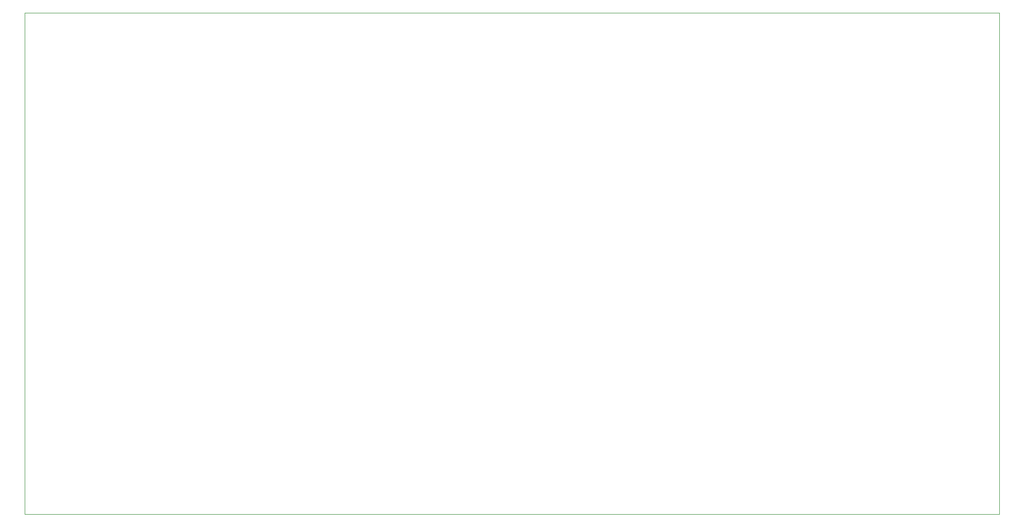
<source format=gbr>
%TF.GenerationSoftware,KiCad,Pcbnew,(5.1.8)-1*%
%TF.CreationDate,2021-01-17T18:30:32+01:00*%
%TF.ProjectId,teensy4_header_breakout,7465656e-7379-4345-9f68-65616465725f,rev?*%
%TF.SameCoordinates,Original*%
%TF.FileFunction,Profile,NP*%
%FSLAX46Y46*%
G04 Gerber Fmt 4.6, Leading zero omitted, Abs format (unit mm)*
G04 Created by KiCad (PCBNEW (5.1.8)-1) date 2021-01-17 18:30:32*
%MOMM*%
%LPD*%
G01*
G04 APERTURE LIST*
%TA.AperFunction,Profile*%
%ADD10C,0.100000*%
%TD*%
G04 APERTURE END LIST*
D10*
X220929200Y-115302800D02*
X53929200Y-115302800D01*
X53929200Y-29302800D02*
X53929200Y-115302800D01*
X220929200Y-29302800D02*
X53929200Y-29302800D01*
X220929200Y-29302800D02*
X220929200Y-115302800D01*
M02*

</source>
